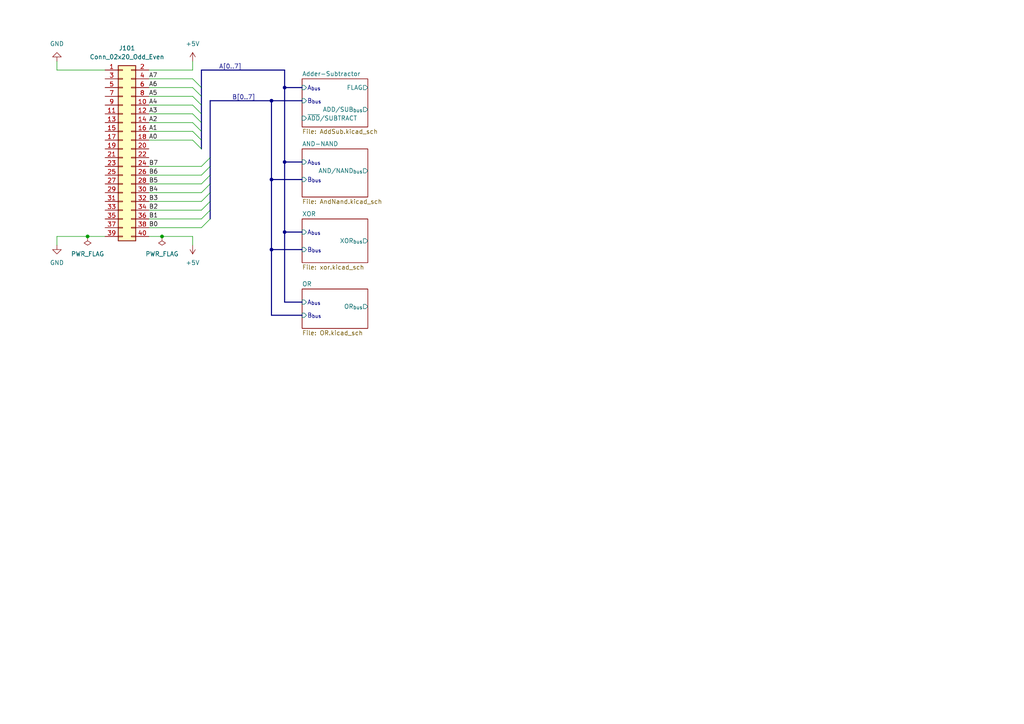
<source format=kicad_sch>
(kicad_sch (version 20211123) (generator eeschema)
  (paper "A4")
  (lib_symbols
    (symbol "Connector_Generic:Conn_02x20_Odd_Even" (pin_names (offset 1.016) hide)
      (property "Reference" "J" (at 1.27 25.4 0))
      (property "Value" "Conn_02x20_Odd_Even" (at 1.27 -27.94 0))
      (symbol "Conn_02x20_Odd_Even_1_1"
        (rectangle (start -1.27 -25.273) (end 0 -25.527) (stroke (width 0.1524)))
        (rectangle (start -1.27 -22.733) (end 0 -22.987) (stroke (width 0.1524)))
        (rectangle (start -1.27 -20.193) (end 0 -20.447) (stroke (width 0.1524)))
        (rectangle (start -1.27 -17.653) (end 0 -17.907) (stroke (width 0.1524)))
        (rectangle (start -1.27 -15.113) (end 0 -15.367) (stroke (width 0.1524)))
        (rectangle (start -1.27 -12.573) (end 0 -12.827) (stroke (width 0.1524)))
        (rectangle (start -1.27 -10.033) (end 0 -10.287) (stroke (width 0.1524)))
        (rectangle (start -1.27 -7.493) (end 0 -7.747) (stroke (width 0.1524)))
        (rectangle (start -1.27 -4.953) (end 0 -5.207) (stroke (width 0.1524)))
        (rectangle (start -1.27 -2.413) (end 0 -2.667) (stroke (width 0.1524)))
        (rectangle (start -1.27 0.127) (end 0 -0.127) (stroke (width 0.1524)))
        (rectangle (start -1.27 2.667) (end 0 2.413) (stroke (width 0.1524)))
        (rectangle (start -1.27 5.207) (end 0 4.953) (stroke (width 0.1524)))
        (rectangle (start -1.27 7.747) (end 0 7.493) (stroke (width 0.1524)))
        (rectangle (start -1.27 10.287) (end 0 10.033) (stroke (width 0.1524)))
        (rectangle (start -1.27 12.827) (end 0 12.573) (stroke (width 0.1524)))
        (rectangle (start -1.27 15.367) (end 0 15.113) (stroke (width 0.1524)))
        (rectangle (start -1.27 17.907) (end 0 17.653) (stroke (width 0.1524)))
        (rectangle (start -1.27 20.447) (end 0 20.193) (stroke (width 0.1524)))
        (rectangle (start -1.27 22.987) (end 0 22.733) (stroke (width 0.1524)))
        (rectangle (start -1.27 24.13) (end 3.81 -26.67) (stroke (width 0.254)) (fill (type background)))
        (rectangle (start 3.81 -25.273) (end 2.54 -25.527) (stroke (width 0.1524)))
        (rectangle (start 3.81 -22.733) (end 2.54 -22.987) (stroke (width 0.1524)))
        (rectangle (start 3.81 -20.193) (end 2.54 -20.447) (stroke (width 0.1524)))
        (rectangle (start 3.81 -17.653) (end 2.54 -17.907) (stroke (width 0.1524)))
        (rectangle (start 3.81 -15.113) (end 2.54 -15.367) (stroke (width 0.1524)))
        (rectangle (start 3.81 -12.573) (end 2.54 -12.827) (stroke (width 0.1524)))
        (rectangle (start 3.81 -10.033) (end 2.54 -10.287) (stroke (width 0.1524)))
        (rectangle (start 3.81 -7.493) (end 2.54 -7.747) (stroke (width 0.1524)))
        (rectangle (start 3.81 -4.953) (end 2.54 -5.207) (stroke (width 0.1524)))
        (rectangle (start 3.81 -2.413) (end 2.54 -2.667) (stroke (width 0.1524)))
        (rectangle (start 3.81 0.127) (end 2.54 -0.127) (stroke (width 0.1524)))
        (rectangle (start 3.81 2.667) (end 2.54 2.413) (stroke (width 0.1524)))
        (rectangle (start 3.81 5.207) (end 2.54 4.953) (stroke (width 0.1524)))
        (rectangle (start 3.81 7.747) (end 2.54 7.493) (stroke (width 0.1524)))
        (rectangle (start 3.81 10.287) (end 2.54 10.033) (stroke (width 0.1524)))
        (rectangle (start 3.81 12.827) (end 2.54 12.573) (stroke (width 0.1524)))
        (rectangle (start 3.81 15.367) (end 2.54 15.113) (stroke (width 0.1524)))
        (rectangle (start 3.81 17.907) (end 2.54 17.653) (stroke (width 0.1524)))
        (rectangle (start 3.81 20.447) (end 2.54 20.193) (stroke (width 0.1524)))
        (rectangle (start 3.81 22.987) (end 2.54 22.733) (stroke (width 0.1524)))
        (pin passive line (at -5.08 22.86 0) (length 3.81) (name "Pin_1") (number "1"))
        (pin passive line (at 7.62 12.7 180) (length 3.81) (name "Pin_10") (number "10"))
        (pin passive line (at -5.08 10.16 0) (length 3.81) (name "Pin_11") (number "11"))
        (pin passive line (at 7.62 10.16 180) (length 3.81) (name "Pin_12") (number "12"))
        (pin passive line (at -5.08 7.62 0) (length 3.81) (name "Pin_13") (number "13"))
        (pin passive line (at 7.62 7.62 180) (length 3.81) (name "Pin_14") (number "14"))
        (pin passive line (at -5.08 5.08 0) (length 3.81) (name "Pin_15") (number "15"))
        (pin passive line (at 7.62 5.08 180) (length 3.81) (name "Pin_16") (number "16"))
        (pin passive line (at -5.08 2.54 0) (length 3.81) (name "Pin_17") (number "17"))
        (pin passive line (at 7.62 2.54 180) (length 3.81) (name "Pin_18") (number "18"))
        (pin passive line (at -5.08 0 0) (length 3.81) (name "Pin_19") (number "19"))
        (pin passive line (at 7.62 22.86 180) (length 3.81) (name "Pin_2") (number "2"))
        (pin passive line (at 7.62 0 180) (length 3.81) (name "Pin_20") (number "20"))
        (pin passive line (at -5.08 -2.54 0) (length 3.81) (name "Pin_21") (number "21"))
        (pin passive line (at 7.62 -2.54 180) (length 3.81) (name "Pin_22") (number "22"))
        (pin passive line (at -5.08 -5.08 0) (length 3.81) (name "Pin_23") (number "23"))
        (pin passive line (at 7.62 -5.08 180) (length 3.81) (name "Pin_24") (number "24"))
        (pin passive line (at -5.08 -7.62 0) (length 3.81) (name "Pin_25") (number "25"))
        (pin passive line (at 7.62 -7.62 180) (length 3.81) (name "Pin_26") (number "26"))
        (pin passive line (at -5.08 -10.16 0) (length 3.81) (name "Pin_27") (number "27"))
        (pin passive line (at 7.62 -10.16 180) (length 3.81) (name "Pin_28") (number "28"))
        (pin passive line (at -5.08 -12.7 0) (length 3.81) (name "Pin_29") (number "29"))
        (pin passive line (at -5.08 20.32 0) (length 3.81) (name "Pin_3") (number "3"))
        (pin passive line (at 7.62 -12.7 180) (length 3.81) (name "Pin_30") (number "30"))
        (pin passive line (at -5.08 -15.24 0) (length 3.81) (name "Pin_31") (number "31"))
        (pin passive line (at 7.62 -15.24 180) (length 3.81) (name "Pin_32") (number "32"))
        (pin passive line (at -5.08 -17.78 0) (length 3.81) (name "Pin_33") (number "33"))
        (pin passive line (at 7.62 -17.78 180) (length 3.81) (name "Pin_34") (number "34"))
        (pin passive line (at -5.08 -20.32 0) (length 3.81) (name "Pin_35") (number "35"))
        (pin passive line (at 7.62 -20.32 180) (length 3.81) (name "Pin_36") (number "36"))
        (pin passive line (at -5.08 -22.86 0) (length 3.81) (name "Pin_37") (number "37"))
        (pin passive line (at 7.62 -22.86 180) (length 3.81) (name "Pin_38") (number "38"))
        (pin passive line (at -5.08 -25.4 0) (length 3.81) (name "Pin_39") (number "39"))
        (pin passive line (at 7.62 20.32 180) (length 3.81) (name "Pin_4") (number "4"))
        (pin passive line (at 7.62 -25.4 180) (length 3.81) (name "Pin_40") (number "40"))
        (pin passive line (at -5.08 17.78 0) (length 3.81) (name "Pin_5") (number "5"))
        (pin passive line (at 7.62 17.78 180) (length 3.81) (name "Pin_6") (number "6"))
        (pin passive line (at -5.08 15.24 0) (length 3.81) (name "Pin_7") (number "7"))
        (pin passive line (at 7.62 15.24 180) (length 3.81) (name "Pin_8") (number "8"))
        (pin passive line (at -5.08 12.7 0) (length 3.81) (name "Pin_9") (number "9"))
      )
    )
    (symbol "power:+5V" (power) (pin_names (offset 0))
      (property "Value" "+5V" (at 0 3.556 0))
      (symbol "+5V_0_1"
        (polyline (pts (xy -0.762 1.27) (xy 0 2.54)))
        (polyline (pts (xy 0 0) (xy 0 2.54)))
        (polyline (pts (xy 0 2.54) (xy 0.762 1.27)))
      )
      (symbol "+5V_1_1"
        (pin power_in line (at 0 0 90) (length 0) hide (name "+5V") (number "1"))
      )
    )
    (symbol "power:GND" (power) (pin_names (offset 0))
      (property "Value" "GND" (at 0 -3.81 0))
      (symbol "GND_0_1"
        (polyline (pts (xy 0 0) (xy 0 -1.27) (xy 1.27 -1.27) (xy 0 -2.54) (xy -1.27 -1.27) (xy 0 -1.27)))
      )
      (symbol "GND_1_1"
        (pin power_in line (at 0 0 270) (length 0) hide (name "GND") (number "1"))
      )
    )
    (symbol "power:PWR_FLAG" (power) (pin_numbers hide) (pin_names (offset 0) hide)
      (property "Value" "PWR_FLAG" (at 0 3.81 0))
      (symbol "PWR_FLAG_0_0"
        (pin power_out line (at 0 0 90) (length 0) (name "pwr") (number "1"))
      )
      (symbol "PWR_FLAG_0_1"
        (polyline (pts (xy 0 0) (xy 0 1.27) (xy -1.016 1.905) (xy 0 2.54) (xy 1.016 1.905) (xy 0 1.27)))
      )
    )
  )
  (junction (at 82.55 25.4))
  (junction (at 46.99 68.58))
  (junction (at 82.55 46.99))
  (junction (at 78.74 29.21))
  (junction (at 25.4 68.58))
  (junction (at 78.74 72.39))
  (junction (at 78.74 52.07))
  (junction (at 82.55 67.31))
  (bus_entry (at 60.96 50.8) (size -2.54 2.54))
  (bus_entry (at 58.42 25.4) (size -2.54 -2.54))
  (bus_entry (at 58.42 33.02) (size -2.54 -2.54))
  (bus_entry (at 58.42 38.1) (size -2.54 -2.54))
  (bus_entry (at 58.42 35.56) (size -2.54 -2.54))
  (bus_entry (at 60.96 58.42) (size -2.54 2.54))
  (bus_entry (at 58.42 43.18) (size -2.54 -2.54))
  (bus_entry (at 58.42 40.64) (size -2.54 -2.54))
  (bus_entry (at 60.96 63.5) (size -2.54 2.54))
  (bus_entry (at 58.42 30.48) (size -2.54 -2.54))
  (bus_entry (at 58.42 27.94) (size -2.54 -2.54))
  (bus_entry (at 60.96 48.26) (size -2.54 2.54))
  (bus_entry (at 60.96 53.34) (size -2.54 2.54))
  (bus_entry (at 60.96 60.96) (size -2.54 2.54))
  (bus_entry (at 60.96 55.88) (size -2.54 2.54))
  (bus_entry (at 60.96 45.72) (size -2.54 2.54))
  (wire (pts (xy 55.88 20.32) (xy 43.18 20.32)))
  (bus (pts (xy 60.96 48.26) (xy 60.96 50.8)))
  (bus (pts (xy 78.74 52.07) (xy 78.74 72.39)))
  (bus (pts (xy 58.42 38.1) (xy 58.42 40.64)))
  (bus (pts (xy 58.42 20.32) (xy 82.55 20.32)))
  (wire (pts (xy 43.18 40.64) (xy 55.88 40.64)))
  (bus (pts (xy 60.96 50.8) (xy 60.96 53.34)))
  (bus (pts (xy 78.74 72.39) (xy 87.63 72.39)))
  (wire (pts (xy 16.51 68.58) (xy 25.4 68.58)))
  (wire (pts (xy 55.88 68.58) (xy 46.99 68.58)))
  (wire (pts (xy 43.18 60.96) (xy 58.42 60.96)))
  (bus (pts (xy 58.42 40.64) (xy 58.42 43.18)))
  (bus (pts (xy 60.96 58.42) (xy 60.96 60.96)))
  (wire (pts (xy 43.18 25.4) (xy 55.88 25.4)))
  (wire (pts (xy 25.4 68.58) (xy 30.48 68.58)))
  (bus (pts (xy 78.74 72.39) (xy 78.74 91.44)))
  (bus (pts (xy 82.55 67.31) (xy 87.63 67.31)))
  (bus (pts (xy 82.55 46.99) (xy 82.55 67.31)))
  (wire (pts (xy 43.18 33.02) (xy 55.88 33.02)))
  (bus (pts (xy 82.55 20.32) (xy 82.55 25.4)))
  (bus (pts (xy 82.55 67.31) (xy 82.55 87.63)))
  (wire (pts (xy 43.18 63.5) (xy 58.42 63.5)))
  (bus (pts (xy 58.42 20.32) (xy 58.42 25.4)))
  (bus (pts (xy 60.96 60.96) (xy 60.96 63.5)))
  (bus (pts (xy 60.96 45.72) (xy 60.96 48.26)))
  (bus (pts (xy 82.55 25.4) (xy 87.63 25.4)))
  (bus (pts (xy 87.63 52.07) (xy 78.74 52.07)))
  (wire (pts (xy 16.51 20.32) (xy 16.51 17.78)))
  (wire (pts (xy 46.99 68.58) (xy 43.18 68.58)))
  (wire (pts (xy 43.18 30.48) (xy 55.88 30.48)))
  (bus (pts (xy 58.42 33.02) (xy 58.42 35.56)))
  (wire (pts (xy 43.18 27.94) (xy 55.88 27.94)))
  (bus (pts (xy 58.42 27.94) (xy 58.42 30.48)))
  (wire (pts (xy 43.18 66.04) (xy 58.42 66.04)))
  (wire (pts (xy 55.88 71.12) (xy 55.88 68.58)))
  (bus (pts (xy 78.74 91.44) (xy 87.63 91.44)))
  (bus (pts (xy 58.42 35.56) (xy 58.42 38.1)))
  (bus (pts (xy 58.42 30.48) (xy 58.42 33.02)))
  (bus (pts (xy 78.74 29.21) (xy 60.96 29.21)))
  (bus (pts (xy 58.42 25.4) (xy 58.42 27.94)))
  (wire (pts (xy 43.18 35.56) (xy 55.88 35.56)))
  (bus (pts (xy 82.55 87.63) (xy 87.63 87.63)))
  (wire (pts (xy 43.18 50.8) (xy 58.42 50.8)))
  (wire (pts (xy 43.18 58.42) (xy 58.42 58.42)))
  (wire (pts (xy 43.18 55.88) (xy 58.42 55.88)))
  (bus (pts (xy 82.55 46.99) (xy 87.63 46.99)))
  (bus (pts (xy 60.96 53.34) (xy 60.96 55.88)))
  (bus (pts (xy 60.96 29.21) (xy 60.96 45.72)))
  (wire (pts (xy 43.18 48.26) (xy 58.42 48.26)))
  (wire (pts (xy 43.18 38.1) (xy 55.88 38.1)))
  (bus (pts (xy 78.74 52.07) (xy 78.74 29.21)))
  (bus (pts (xy 60.96 55.88) (xy 60.96 58.42)))
  (wire (pts (xy 55.88 17.78) (xy 55.88 20.32)))
  (wire (pts (xy 43.18 53.34) (xy 58.42 53.34)))
  (bus (pts (xy 87.63 29.21) (xy 78.74 29.21)))
  (wire (pts (xy 30.48 20.32) (xy 16.51 20.32)))
  (wire (pts (xy 43.18 22.86) (xy 55.88 22.86)))
  (bus (pts (xy 82.55 25.4) (xy 82.55 46.99)))
  (wire (pts (xy 16.51 71.12) (xy 16.51 68.58)))
  (label "B7" (at 43.18 48.26 0))
  (label "A7" (at 43.18 22.86 0))
  (label "A[0..7]" (at 63.5 20.32 0))
  (label "A6" (at 43.18 25.4 0))
  (label "A5" (at 43.18 27.94 0))
  (label "B4" (at 43.18 55.88 0))
  (label "B5" (at 43.18 53.34 0))
  (label "B6" (at 43.18 50.8 0))
  (label "A3" (at 43.18 33.02 0))
  (label "A1" (at 43.18 38.1 0))
  (label "A4" (at 43.18 30.48 0))
  (label "B2" (at 43.18 60.96 0))
  (label "A2" (at 43.18 35.56 0))
  (label "B1" (at 43.18 63.5 0))
  (label "A0" (at 43.18 40.64 0))
  (label "B0" (at 43.18 66.04 0))
  (label "B3" (at 43.18 58.42 0))
  (label "B[0..7]" (at 67.31 29.21 0))
  (symbol (lib_id "Connector_Generic:Conn_02x20_Odd_Even") (at 35.56 43.18 0) (unit 1)
    (property "Reference" "J101" (at 36.83 13.97 0))
    (property "Value" "Conn_02x20_Odd_Even" (at 36.83 16.51 0))
    (property "Footprint" "Connector_PinHeader_2.54mm:PinHeader_2x20_P2.54mm_Vertical" (effects hide))
  )
  (symbol (lib_id "power:GND") (at 16.51 71.12 0) (unit 1)
    (property "Reference" "#PWR0102" (effects hide))
    (property "Value" "GND" (at 16.51 76.2 0))
  )
  (symbol (lib_id "power:PWR_FLAG") (at 25.4 68.58 180) (unit 1)
    (property "Reference" "#FLG0101" (effects hide))
    (property "Value" "PWR_FLAG" (at 25.4 73.66 0))
  )
  (symbol (lib_id "power:PWR_FLAG") (at 46.99 68.58 180) (unit 1)
    (property "Reference" "#FLG0102" (effects hide))
    (property "Value" "PWR_FLAG" (at 46.99 73.66 0))
  )
  (symbol (lib_id "power:GND") (at 16.51 17.78 180) (unit 1)
    (property "Reference" "#PWR0101" (effects hide))
    (property "Value" "GND" (at 16.51 12.7 0))
  )
  (symbol (lib_id "power:+5V") (at 55.88 71.12 180) (unit 1)
    (property "Reference" "#PWR0104" (effects hide))
    (property "Value" "+5V" (at 55.88 76.2 0))
  )
  (symbol (lib_id "power:+5V") (at 55.88 17.78 0) (unit 1)
    (property "Reference" "#PWR0103" (effects hide))
    (property "Value" "+5V" (at 55.88 12.7 0))
  )
  (sheet (at 87.63 63.5) (size 19.05 12.7) (stroke (width 0.1524))
    (property "Sheet name" "XOR" (at 87.63 62.7884 0) (effects (justify left bottom)))
    (property "Sheet file" "xor.kicad_sch" (at 87.63 76.7846 0) (effects (justify left top)))
    (pin "A_{bus}" input (at 87.63 67.31 180))
    (pin "B_{bus}" input (at 87.63 72.39 180))
    (pin "XOR_{bus}" output (at 106.68 69.85 0))
  )
  (sheet (at 87.63 22.86) (size 19.05 13.97) (stroke (width 0.1524))
    (property "Sheet name" "Adder-Subtractor" (at 87.63 22.1484 0) (effects (justify left bottom)))
    (property "Sheet file" "AddSub.kicad_sch" (at 87.63 37.4146 0) (effects (justify left top)))
    (pin "A_{bus}" input (at 87.63 25.4 180))
    (pin "~{ADD}{slash}SUBTRACT" input (at 87.63 34.29 180))
    (pin "B_{bus}" input (at 87.63 29.21 180))
    (pin "FLAG" output (at 106.68 25.4 0))
    (pin "ADD{slash}SUB_{bus}" output (at 106.68 31.75 0))
  )
  (sheet (at 87.63 83.82) (size 19.05 11.43) (stroke (width 0.1524))
    (property "Sheet name" "OR" (at 87.63 83.1084 0) (effects (justify left bottom)))
    (property "Sheet file" "OR.kicad_sch" (at 87.63 95.8346 0) (effects (justify left top)))
    (pin "A_{bus}" input (at 87.63 87.63 180))
    (pin "B_{bus}" input (at 87.63 91.44 180))
    (pin "OR_{bus}" output (at 106.68 88.9 0))
  )
  (sheet (at 87.63 43.18) (size 19.05 13.97) (stroke (width 0.1524))
    (property "Sheet name" "AND-NAND" (at 87.63 42.4684 0) (effects (justify left bottom)))
    (property "Sheet file" "AndNand.kicad_sch" (at 87.63 57.7346 0) (effects (justify left top)))
    (pin "A_{bus}" input (at 87.63 46.99 180))
    (pin "B_{bus}" input (at 87.63 52.07 180))
    (pin "AND{slash}NAND_{bus}" output (at 106.68 49.53 0))
  )
)
</source>
